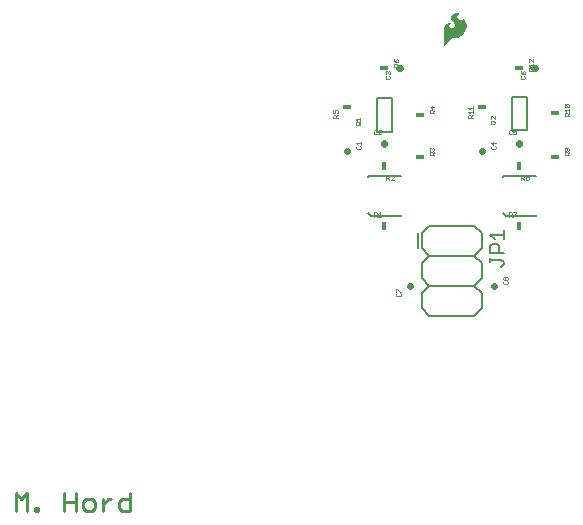
<source format=gbr>
G04 EAGLE Gerber RS-274X export*
G75*
%MOMM*%
%FSLAX34Y34*%
%LPD*%
%INSilkscreen Top*%
%IPPOS*%
%AMOC8*
5,1,8,0,0,1.08239X$1,22.5*%
G01*
%ADD10C,0.279400*%
%ADD11C,0.558800*%
%ADD12C,0.025400*%
%ADD13C,0.203200*%
%ADD14C,0.127000*%
%ADD15R,0.457200X0.762000*%
%ADD16R,0.762000X0.457200*%
%ADD17C,0.152400*%

G36*
X101610Y292001D02*
X101610Y292001D01*
X101614Y291999D01*
X101684Y292035D01*
X101694Y292040D01*
X101695Y292041D01*
X106567Y297523D01*
X107421Y298305D01*
X108411Y298894D01*
X108762Y299021D01*
X109130Y299086D01*
X111405Y299086D01*
X111410Y299088D01*
X111416Y299086D01*
X112780Y299210D01*
X112790Y299216D01*
X112802Y299214D01*
X114121Y299582D01*
X114129Y299590D01*
X114142Y299591D01*
X115372Y300191D01*
X115379Y300198D01*
X115390Y300201D01*
X116547Y301018D01*
X116552Y301026D01*
X116561Y301029D01*
X117592Y302001D01*
X117595Y302009D01*
X117601Y302011D01*
X117602Y302013D01*
X117604Y302014D01*
X118489Y303121D01*
X118491Y303131D01*
X118500Y303138D01*
X119447Y304819D01*
X119448Y304830D01*
X119456Y304840D01*
X120084Y306664D01*
X120083Y306675D01*
X120090Y306686D01*
X120378Y308593D01*
X120375Y308604D01*
X120380Y308616D01*
X120378Y308668D01*
X120370Y308920D01*
X120366Y309046D01*
X120366Y309047D01*
X120358Y309299D01*
X120350Y309552D01*
X120346Y309678D01*
X120338Y309930D01*
X120327Y310309D01*
X120319Y310544D01*
X120315Y310553D01*
X120317Y310565D01*
X120110Y311604D01*
X120105Y311612D01*
X120105Y311623D01*
X119747Y312620D01*
X119741Y312627D01*
X119740Y312638D01*
X119238Y313572D01*
X119229Y313579D01*
X119226Y313591D01*
X118319Y314728D01*
X118308Y314734D01*
X118301Y314747D01*
X117175Y315668D01*
X117132Y315680D01*
X117091Y315696D01*
X117086Y315694D01*
X117080Y315695D01*
X117042Y315674D01*
X117002Y315655D01*
X116999Y315649D01*
X116995Y315647D01*
X116987Y315618D01*
X116969Y315570D01*
X116969Y314690D01*
X116953Y314570D01*
X116909Y314467D01*
X116635Y314127D01*
X116274Y313879D01*
X116100Y313814D01*
X115562Y313756D01*
X115032Y313854D01*
X114544Y314103D01*
X113642Y314754D01*
X113230Y315108D01*
X112879Y315518D01*
X112596Y315976D01*
X112390Y316470D01*
X112331Y316770D01*
X112343Y317073D01*
X112500Y317592D01*
X112786Y318052D01*
X113181Y318422D01*
X113662Y318677D01*
X114152Y318816D01*
X114663Y318873D01*
X115266Y318873D01*
X115267Y318873D01*
X115289Y318882D01*
X115357Y318911D01*
X115392Y319003D01*
X115388Y319012D01*
X115354Y319088D01*
X115352Y319091D01*
X115351Y319092D01*
X115350Y319093D01*
X115329Y319113D01*
X115322Y319116D01*
X115318Y319124D01*
X114883Y319462D01*
X114868Y319466D01*
X114856Y319478D01*
X114352Y319699D01*
X114351Y319699D01*
X113995Y319851D01*
X113767Y319952D01*
X113757Y319953D01*
X113747Y319959D01*
X112869Y320179D01*
X112860Y320178D01*
X112850Y320182D01*
X111950Y320268D01*
X111940Y320264D01*
X111928Y320268D01*
X111060Y320202D01*
X111049Y320196D01*
X111036Y320197D01*
X110196Y319966D01*
X110186Y319958D01*
X110173Y319957D01*
X109393Y319569D01*
X109386Y319561D01*
X109375Y319558D01*
X108598Y318998D01*
X108594Y318991D01*
X108585Y318987D01*
X107889Y318329D01*
X107884Y318318D01*
X107873Y318310D01*
X107442Y317707D01*
X107439Y317692D01*
X107427Y317679D01*
X107160Y316987D01*
X107160Y316971D01*
X107152Y316956D01*
X107065Y316219D01*
X107070Y316204D01*
X107066Y316187D01*
X107165Y315452D01*
X107173Y315439D01*
X107173Y315422D01*
X107453Y314734D01*
X107462Y314725D01*
X107465Y314711D01*
X108652Y312953D01*
X108660Y312948D01*
X108664Y312937D01*
X110117Y311396D01*
X110487Y310961D01*
X110727Y310458D01*
X110829Y309910D01*
X110786Y309354D01*
X110600Y308829D01*
X110285Y308369D01*
X109860Y308004D01*
X109317Y307711D01*
X108731Y307513D01*
X108121Y307416D01*
X107410Y307451D01*
X106732Y307658D01*
X106126Y308023D01*
X105813Y308351D01*
X105607Y308755D01*
X105514Y309171D01*
X105514Y309599D01*
X105607Y310014D01*
X105679Y310152D01*
X105797Y310266D01*
X106621Y310865D01*
X106754Y310936D01*
X106892Y310964D01*
X107050Y310948D01*
X107093Y310962D01*
X107138Y310973D01*
X107140Y310977D01*
X107144Y310978D01*
X107164Y311019D01*
X107187Y311058D01*
X107186Y311062D01*
X107188Y311066D01*
X107173Y311109D01*
X107160Y311153D01*
X107157Y311155D01*
X107156Y311159D01*
X107118Y311178D01*
X107082Y311199D01*
X106599Y311275D01*
X106594Y311274D01*
X106589Y311276D01*
X105649Y311349D01*
X105640Y311346D01*
X105629Y311349D01*
X104689Y311276D01*
X104679Y311271D01*
X104667Y311272D01*
X103968Y311088D01*
X103958Y311080D01*
X103944Y311079D01*
X103296Y310758D01*
X103288Y310749D01*
X103274Y310745D01*
X102704Y310300D01*
X102698Y310289D01*
X102686Y310283D01*
X102216Y309733D01*
X102212Y309721D01*
X102201Y309712D01*
X101800Y308980D01*
X101799Y308967D01*
X101790Y308956D01*
X101550Y308157D01*
X101551Y308144D01*
X101545Y308131D01*
X101475Y307300D01*
X101477Y307294D01*
X101475Y307289D01*
X101475Y292125D01*
X101477Y292120D01*
X101475Y292116D01*
X101496Y292076D01*
X101513Y292034D01*
X101518Y292033D01*
X101520Y292028D01*
X101563Y292015D01*
X101605Y291999D01*
X101610Y292001D01*
G37*
D10*
X-261493Y-101473D02*
X-261493Y-86474D01*
X-256493Y-91474D01*
X-251494Y-86474D01*
X-251494Y-101473D01*
X-245121Y-101473D02*
X-245121Y-98973D01*
X-242622Y-98973D01*
X-242622Y-101473D01*
X-245121Y-101473D01*
X-220564Y-101473D02*
X-220564Y-86474D01*
X-220564Y-93974D02*
X-210565Y-93974D01*
X-210565Y-101473D02*
X-210565Y-86474D01*
X-201693Y-101473D02*
X-196693Y-101473D01*
X-194193Y-98973D01*
X-194193Y-93974D01*
X-196693Y-91474D01*
X-201693Y-91474D01*
X-204193Y-93974D01*
X-204193Y-98973D01*
X-201693Y-101473D01*
X-187821Y-101473D02*
X-187821Y-91474D01*
X-187821Y-96473D02*
X-182821Y-91474D01*
X-180322Y-91474D01*
X-164179Y-86474D02*
X-164179Y-101473D01*
X-171678Y-101473D01*
X-174178Y-98973D01*
X-174178Y-93974D01*
X-171678Y-91474D01*
X-164179Y-91474D01*
D11*
X143205Y88900D02*
X143815Y88900D01*
D12*
X151254Y92339D02*
X151889Y92975D01*
X151254Y92339D02*
X151254Y91068D01*
X151889Y90433D01*
X154431Y90433D01*
X155067Y91068D01*
X155067Y92339D01*
X154431Y92975D01*
X151889Y94175D02*
X151254Y94810D01*
X151254Y96082D01*
X151889Y96717D01*
X152525Y96717D01*
X153160Y96082D01*
X153796Y96717D01*
X154431Y96717D01*
X155067Y96082D01*
X155067Y94810D01*
X154431Y94175D01*
X153796Y94175D01*
X153160Y94810D01*
X152525Y94175D01*
X151889Y94175D01*
X153160Y94810D02*
X153160Y96082D01*
D13*
X36530Y181370D02*
X36530Y182100D01*
X64800Y182100D01*
X64800Y181640D01*
X37100Y150860D02*
X39800Y148100D01*
X64800Y148100D01*
X64800Y148830D01*
X82550Y133350D02*
X88900Y139700D01*
X82550Y120650D02*
X88900Y114300D01*
X82550Y107950D01*
X82550Y95250D02*
X88900Y88900D01*
X82550Y82550D01*
X82550Y69850D02*
X88900Y63500D01*
X88900Y139700D02*
X127000Y139700D01*
X133350Y133350D01*
X133350Y120650D01*
X127000Y114300D01*
X133350Y107950D01*
X133350Y95250D01*
X127000Y88900D01*
X133350Y82550D01*
X133350Y69850D01*
X127000Y63500D01*
X127000Y114300D02*
X88900Y114300D01*
X88900Y88900D02*
X127000Y88900D01*
X127000Y63500D02*
X88900Y63500D01*
X82550Y69850D02*
X82550Y82550D01*
X82550Y95250D02*
X82550Y107950D01*
X82550Y120650D02*
X82550Y133350D01*
X79200Y133350D02*
X79200Y120650D01*
D14*
X149858Y105253D02*
X151765Y107160D01*
X151765Y109066D01*
X149858Y110973D01*
X140325Y110973D01*
X140325Y109066D02*
X140325Y112880D01*
X140325Y116947D02*
X151765Y116947D01*
X140325Y116947D02*
X140325Y122667D01*
X142232Y124574D01*
X146045Y124574D01*
X147952Y122667D01*
X147952Y116947D01*
X144139Y128641D02*
X140325Y132454D01*
X151765Y132454D01*
X151765Y128641D02*
X151765Y136267D01*
D15*
X50800Y139700D03*
D12*
X42037Y147447D02*
X42037Y151260D01*
X43944Y151260D01*
X44579Y150625D01*
X44579Y149354D01*
X43944Y148718D01*
X42037Y148718D01*
X43308Y148718D02*
X44579Y147447D01*
X45779Y149989D02*
X47050Y151260D01*
X47050Y147447D01*
X45779Y147447D02*
X48321Y147447D01*
D13*
X150830Y181370D02*
X150830Y182100D01*
X179100Y182100D01*
X179100Y181640D01*
X151400Y150860D02*
X154100Y148100D01*
X179100Y148100D01*
X179100Y148830D01*
D15*
X165100Y139700D03*
D12*
X156337Y147447D02*
X156337Y151260D01*
X158244Y151260D01*
X158879Y150625D01*
X158879Y149354D01*
X158244Y148718D01*
X156337Y148718D01*
X157608Y148718D02*
X158879Y147447D01*
X160079Y151260D02*
X162621Y151260D01*
X162621Y150625D01*
X160079Y148083D01*
X160079Y147447D01*
D11*
X50800Y209245D02*
X50800Y209855D01*
D12*
X44579Y220475D02*
X43944Y221110D01*
X42673Y221110D01*
X42037Y220475D01*
X42037Y217933D01*
X42673Y217297D01*
X43944Y217297D01*
X44579Y217933D01*
X45779Y217297D02*
X48321Y217297D01*
X45779Y217297D02*
X48321Y219839D01*
X48321Y220475D01*
X47686Y221110D01*
X46415Y221110D01*
X45779Y220475D01*
D16*
X81280Y198120D03*
D12*
X89024Y199653D02*
X92837Y199653D01*
X89024Y199653D02*
X89024Y201559D01*
X89659Y202195D01*
X90930Y202195D01*
X91566Y201559D01*
X91566Y199653D01*
X91566Y200924D02*
X92837Y202195D01*
X89659Y203395D02*
X89024Y204030D01*
X89024Y205302D01*
X89659Y205937D01*
X90295Y205937D01*
X90930Y205302D01*
X90930Y204666D01*
X90930Y205302D02*
X91566Y205937D01*
X92201Y205937D01*
X92837Y205302D01*
X92837Y204030D01*
X92201Y203395D01*
D16*
X81280Y233680D03*
D12*
X89024Y235213D02*
X92837Y235213D01*
X89024Y235213D02*
X89024Y237119D01*
X89659Y237755D01*
X90930Y237755D01*
X91566Y237119D01*
X91566Y235213D01*
X91566Y236484D02*
X92837Y237755D01*
X92837Y240862D02*
X89024Y240862D01*
X90930Y238955D01*
X90930Y241497D01*
D16*
X19050Y240030D03*
D12*
X11303Y231267D02*
X7490Y231267D01*
X7490Y233174D01*
X8125Y233809D01*
X9396Y233809D01*
X10032Y233174D01*
X10032Y231267D01*
X10032Y232538D02*
X11303Y233809D01*
X7490Y235009D02*
X7490Y237551D01*
X7490Y235009D02*
X9396Y235009D01*
X8761Y236280D01*
X8761Y236916D01*
X9396Y237551D01*
X10667Y237551D01*
X11303Y236916D01*
X11303Y235645D01*
X10667Y235009D01*
D16*
X165100Y273050D03*
D12*
X172844Y270841D02*
X176657Y270841D01*
X172844Y270841D02*
X172844Y272747D01*
X173479Y273383D01*
X174750Y273383D01*
X175386Y272747D01*
X175386Y270841D01*
X175386Y272112D02*
X176657Y273383D01*
X174115Y274583D02*
X172844Y275854D01*
X176657Y275854D01*
X176657Y274583D02*
X176657Y277125D01*
X176657Y278325D02*
X176657Y280867D01*
X176657Y278325D02*
X174115Y280867D01*
X173479Y280867D01*
X172844Y280232D01*
X172844Y278960D01*
X173479Y278325D01*
D11*
X165100Y209855D02*
X165100Y209245D01*
D12*
X158879Y220475D02*
X158244Y221110D01*
X156973Y221110D01*
X156337Y220475D01*
X156337Y217933D01*
X156973Y217297D01*
X158244Y217297D01*
X158879Y217933D01*
X160079Y221110D02*
X162621Y221110D01*
X160079Y221110D02*
X160079Y219204D01*
X161350Y219839D01*
X161986Y219839D01*
X162621Y219204D01*
X162621Y217933D01*
X161986Y217297D01*
X160715Y217297D01*
X160079Y217933D01*
D16*
X195580Y198120D03*
D12*
X203324Y199653D02*
X207137Y199653D01*
X203324Y199653D02*
X203324Y201559D01*
X203959Y202195D01*
X205230Y202195D01*
X205866Y201559D01*
X205866Y199653D01*
X205866Y200924D02*
X207137Y202195D01*
X206501Y203395D02*
X207137Y204030D01*
X207137Y205302D01*
X206501Y205937D01*
X203959Y205937D01*
X203324Y205302D01*
X203324Y204030D01*
X203959Y203395D01*
X204595Y203395D01*
X205230Y204030D01*
X205230Y205937D01*
D16*
X195580Y234950D03*
D12*
X203324Y232741D02*
X207137Y232741D01*
X203324Y232741D02*
X203324Y234647D01*
X203959Y235283D01*
X205230Y235283D01*
X205866Y234647D01*
X205866Y232741D01*
X205866Y234012D02*
X207137Y235283D01*
X204595Y236483D02*
X203324Y237754D01*
X207137Y237754D01*
X207137Y236483D02*
X207137Y239025D01*
X206501Y240225D02*
X203959Y240225D01*
X203324Y240860D01*
X203324Y242132D01*
X203959Y242767D01*
X206501Y242767D01*
X207137Y242132D01*
X207137Y240860D01*
X206501Y240225D01*
X203959Y242767D01*
D16*
X133350Y240030D03*
D12*
X125603Y231267D02*
X121790Y231267D01*
X121790Y233174D01*
X122425Y233809D01*
X123696Y233809D01*
X124332Y233174D01*
X124332Y231267D01*
X124332Y232538D02*
X125603Y233809D01*
X123061Y235009D02*
X121790Y236280D01*
X125603Y236280D01*
X125603Y235009D02*
X125603Y237551D01*
X123061Y238751D02*
X121790Y240022D01*
X125603Y240022D01*
X125603Y238751D02*
X125603Y241293D01*
D11*
X63805Y273050D02*
X63195Y273050D01*
D12*
X52575Y266829D02*
X51940Y266194D01*
X51940Y264923D01*
X52575Y264287D01*
X55117Y264287D01*
X55753Y264923D01*
X55753Y266194D01*
X55117Y266829D01*
X52575Y268029D02*
X51940Y268665D01*
X51940Y269936D01*
X52575Y270571D01*
X53211Y270571D01*
X53846Y269936D01*
X53846Y269300D01*
X53846Y269936D02*
X54482Y270571D01*
X55117Y270571D01*
X55753Y269936D01*
X55753Y268665D01*
X55117Y268029D01*
D11*
X177495Y273050D02*
X178105Y273050D01*
D12*
X166875Y266829D02*
X166240Y266194D01*
X166240Y264923D01*
X166875Y264287D01*
X169417Y264287D01*
X170053Y264923D01*
X170053Y266194D01*
X169417Y266829D01*
X166875Y269300D02*
X166240Y270571D01*
X166875Y269300D02*
X168146Y268029D01*
X169417Y268029D01*
X170053Y268665D01*
X170053Y269936D01*
X169417Y270571D01*
X168782Y270571D01*
X168146Y269936D01*
X168146Y268029D01*
D11*
X72695Y88900D02*
X72085Y88900D01*
D12*
X61465Y82679D02*
X60830Y82044D01*
X60830Y80773D01*
X61465Y80137D01*
X64007Y80137D01*
X64643Y80773D01*
X64643Y82044D01*
X64007Y82679D01*
X60830Y83879D02*
X60830Y86421D01*
X61465Y86421D01*
X64007Y83879D01*
X64643Y83879D01*
D17*
X57404Y247904D02*
X44196Y247904D01*
X57404Y247904D02*
X57404Y219456D01*
X44196Y219456D01*
X44196Y247904D01*
D12*
X29717Y224917D02*
X27175Y224917D01*
X26540Y225553D01*
X26540Y226824D01*
X27175Y227459D01*
X29717Y227459D01*
X30353Y226824D01*
X30353Y225553D01*
X29717Y224917D01*
X29082Y226188D02*
X30353Y227459D01*
X27811Y228659D02*
X26540Y229930D01*
X30353Y229930D01*
X30353Y228659D02*
X30353Y231201D01*
D17*
X158496Y249174D02*
X171704Y249174D01*
X171704Y220726D01*
X158496Y220726D01*
X158496Y249174D01*
D12*
X144017Y226187D02*
X141475Y226187D01*
X140840Y226823D01*
X140840Y228094D01*
X141475Y228729D01*
X144017Y228729D01*
X144653Y228094D01*
X144653Y226823D01*
X144017Y226187D01*
X143382Y227458D02*
X144653Y228729D01*
X144653Y229929D02*
X144653Y232471D01*
X144653Y229929D02*
X142111Y232471D01*
X141475Y232471D01*
X140840Y231836D01*
X140840Y230565D01*
X141475Y229929D01*
D16*
X50800Y273050D03*
D12*
X58544Y274583D02*
X62357Y274583D01*
X58544Y274583D02*
X58544Y276489D01*
X59179Y277125D01*
X60450Y277125D01*
X61086Y276489D01*
X61086Y274583D01*
X61086Y275854D02*
X62357Y277125D01*
X59179Y279596D02*
X58544Y280867D01*
X59179Y279596D02*
X60450Y278325D01*
X61721Y278325D01*
X62357Y278960D01*
X62357Y280232D01*
X61721Y280867D01*
X61086Y280867D01*
X60450Y280232D01*
X60450Y278325D01*
D15*
X50800Y190500D03*
D12*
X52333Y182756D02*
X52333Y178943D01*
X52333Y182756D02*
X54239Y182756D01*
X54875Y182121D01*
X54875Y180850D01*
X54239Y180214D01*
X52333Y180214D01*
X53604Y180214D02*
X54875Y178943D01*
X56075Y178943D02*
X58617Y178943D01*
X56075Y178943D02*
X58617Y181485D01*
X58617Y182121D01*
X57982Y182756D01*
X56710Y182756D01*
X56075Y182121D01*
D11*
X19355Y203200D02*
X18745Y203200D01*
D12*
X26794Y206639D02*
X27429Y207275D01*
X26794Y206639D02*
X26794Y205368D01*
X27429Y204733D01*
X29971Y204733D01*
X30607Y205368D01*
X30607Y206639D01*
X29971Y207275D01*
X28065Y208475D02*
X26794Y209746D01*
X30607Y209746D01*
X30607Y208475D02*
X30607Y211017D01*
D11*
X133045Y203200D02*
X133655Y203200D01*
D12*
X141094Y206639D02*
X141729Y207275D01*
X141094Y206639D02*
X141094Y205368D01*
X141729Y204733D01*
X144271Y204733D01*
X144907Y205368D01*
X144907Y206639D01*
X144271Y207275D01*
X144907Y210382D02*
X141094Y210382D01*
X143000Y208475D01*
X143000Y211017D01*
D15*
X165100Y190500D03*
D12*
X166633Y182756D02*
X166633Y178943D01*
X166633Y182756D02*
X168539Y182756D01*
X169175Y182121D01*
X169175Y180850D01*
X168539Y180214D01*
X166633Y180214D01*
X167904Y180214D02*
X169175Y178943D01*
X170375Y182121D02*
X171010Y182756D01*
X172282Y182756D01*
X172917Y182121D01*
X172917Y181485D01*
X172282Y180850D01*
X172917Y180214D01*
X172917Y179579D01*
X172282Y178943D01*
X171010Y178943D01*
X170375Y179579D01*
X170375Y180214D01*
X171010Y180850D01*
X170375Y181485D01*
X170375Y182121D01*
X171010Y180850D02*
X172282Y180850D01*
M02*

</source>
